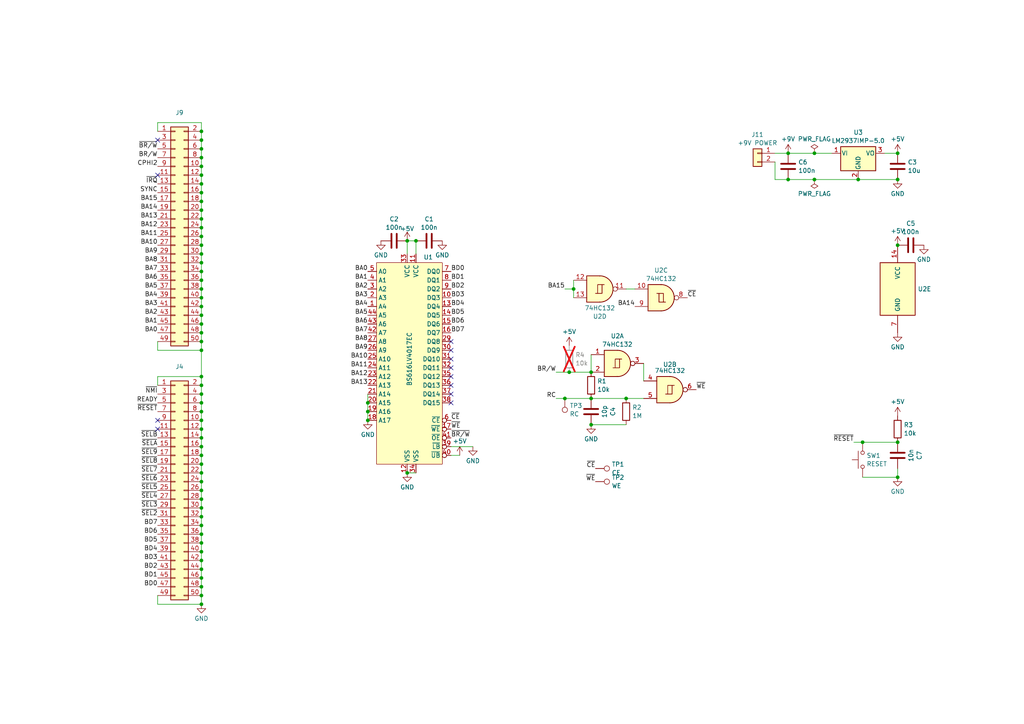
<source format=kicad_sch>
(kicad_sch (version 20230121) (generator eeschema)
  (paper "A4")
  (title_block (title "CBM PET SRAM Expansion") (date "2024-02-13") (rev "3") (company "CCC Basel"))
  (lib_symbols
    (symbol "74xx:74LS132" (pin_names (offset 1.016))
      (property "Reference" "U" (at 0 1.27 0))
      (property "Value" "74LS132" (at 0 -1.27 0))
      (symbol "74LS132_1_0"
        (polyline (pts (xy -0.635 -1.27) (xy -0.635 1.27) (xy 0.635 1.27)))
        (polyline (pts (xy -0.635 -1.27) (xy -0.635 1.27) (xy 0.635 1.27)))
        (polyline (pts (xy -1.27 -1.27) (xy 0.635 -1.27) (xy 0.635 1.27) (xy 1.27 1.27)))
        (polyline (pts (xy -1.27 -1.27) (xy 0.635 -1.27) (xy 0.635 1.27) (xy 1.27 1.27)))
      )
      (symbol "74LS132_1_1"
        (arc (start 0 -3.81) (mid 3.7934 0) (end 0 3.81) (stroke (width 0.254)) (fill (type background)))
        (polyline (pts (xy 0 3.81) (xy -3.81 3.81) (xy -3.81 -3.81) (xy 0 -3.81)) (stroke (width 0.254)) (fill (type background)))
        (pin input line (at -7.62 2.54 0) (length 3.81) (name "~") (number "1"))
        (pin input line (at -7.62 -2.54 0) (length 3.81) (name "~") (number "2"))
        (pin output inverted (at 7.62 0 180) (length 3.81) (name "~") (number "3"))
      )
      (symbol "74LS132_1_2"
        (arc (start -3.81 -3.81) (mid -2.589 0) (end -3.81 3.81) (stroke (width 0.254)))
        (arc (start -0.6096 -3.81) (mid 2.1842 -2.5851) (end 3.81 0) (stroke (width 0.254)) (fill (type background)))
        (polyline (pts (xy -3.81 -3.81) (xy -0.635 -3.81)) (stroke (width 0.254)) (fill (type background)))
        (polyline (pts (xy -3.81 3.81) (xy -0.635 3.81)) (stroke (width 0.254)) (fill (type background)))
        (polyline (pts (xy -0.635 3.81) (xy -3.81 3.81) (xy -3.81 3.81) (xy -3.556 3.4036) (xy -3.0226 2.2606) (xy -2.6924 1.0414) (xy -2.6162 -0.254) (xy -2.7686 -1.4986) (xy -3.175 -2.7178) (xy -3.81 -3.81) (xy -3.81 -3.81) (xy -0.635 -3.81)) (stroke (width -25.4)) (fill (type background)))
        (arc (start 3.81 0) (mid 2.1915 2.5936) (end -0.6096 3.81) (stroke (width 0.254)) (fill (type background)))
        (pin input inverted (at -7.62 2.54 0) (length 4.318) (name "~") (number "1"))
        (pin input inverted (at -7.62 -2.54 0) (length 4.318) (name "~") (number "2"))
        (pin output line (at 7.62 0 180) (length 3.81) (name "~") (number "3"))
      )
      (symbol "74LS132_2_0"
        (polyline (pts (xy -0.635 -1.27) (xy -0.635 1.27) (xy 0.635 1.27)))
        (polyline (pts (xy -0.635 -1.27) (xy -0.635 1.27) (xy 0.635 1.27)))
        (polyline (pts (xy -1.27 -1.27) (xy 0.635 -1.27) (xy 0.635 1.27) (xy 1.27 1.27)))
        (polyline (pts (xy -1.27 -1.27) (xy 0.635 -1.27) (xy 0.635 1.27) (xy 1.27 1.27)))
      )
      (symbol "74LS132_2_1"
        (arc (start 0 -3.81) (mid 3.7934 0) (end 0 3.81) (stroke (width 0.254)) (fill (type background)))
        (polyline (pts (xy 0 3.81) (xy -3.81 3.81) (xy -3.81 -3.81) (xy 0 -3.81)) (stroke (width 0.254)) (fill (type background)))
        (pin input line (at -7.62 2.54 0) (length 3.81) (name "~") (number "4"))
        (pin input line (at -7.62 -2.54 0) (length 3.81) (name "~") (number "5"))
        (pin output inverted (at 7.62 0 180) (length 3.81) (name "~") (number "6"))
      )
      (symbol "74LS132_2_2"
        (arc (start -3.81 -3.81) (mid -2.589 0) (end -3.81 3.81) (stroke (width 0.254)))
        (arc (start -0.6096 -3.81) (mid 2.1842 -2.5851) (end 3.81 0) (stroke (width 0.254)) (fill (type background)))
        (polyline (pts (xy -3.81 -3.81) (xy -0.635 -3.81)) (stroke (width 0.254)) (fill (type background)))
        (polyline (pts (xy -3.81 3.81) (xy -0.635 3.81)) (stroke (width 0.254)) (fill (type background)))
        (polyline (pts (xy -0.635 3.81) (xy -3.81 3.81) (xy -3.81 3.81) (xy -3.556 3.4036) (xy -3.0226 2.2606) (xy -2.6924 1.0414) (xy -2.6162 -0.254) (xy -2.7686 -1.4986) (xy -3.175 -2.7178) (xy -3.81 -3.81) (xy -3.81 -3.81) (xy -0.635 -3.81)) (stroke (width -25.4)) (fill (type background)))
        (arc (start 3.81 0) (mid 2.1915 2.5936) (end -0.6096 3.81) (stroke (width 0.254)) (fill (type background)))
        (pin input inverted (at -7.62 2.54 0) (length 4.318) (name "~") (number "4"))
        (pin input inverted (at -7.62 -2.54 0) (length 4.318) (name "~") (number "5"))
        (pin output line (at 7.62 0 180) (length 3.81) (name "~") (number "6"))
      )
      (symbol "74LS132_3_0"
        (polyline (pts (xy -0.635 -1.27) (xy -0.635 1.27) (xy 0.635 1.27)))
        (polyline (pts (xy -0.635 -1.27) (xy -0.635 1.27) (xy 0.635 1.27)))
        (polyline (pts (xy -1.27 -1.27) (xy 0.635 -1.27) (xy 0.635 1.27) (xy 1.27 1.27)))
        (polyline (pts (xy -1.27 -1.27) (xy 0.635 -1.27) (xy 0.635 1.27) (xy 1.27 1.27)))
      )
      (symbol "74LS132_3_1"
        (arc (start 0 -3.81) (mid 3.7934 0) (end 0 3.81) (stroke (width 0.254)) (fill (type background)))
        (polyline (pts (xy 0 3.81) (xy -3.81 3.81) (xy -3.81 -3.81) (xy 0 -3.81)) (stroke (width 0.254)) (fill (type background)))
        (pin input line (at -7.62 -2.54 0) (length 3.81) (name "~") (number "10"))
        (pin output inverted (at 7.62 0 180) (length 3.81) (name "~") (number "8"))
        (pin input line (at -7.62 2.54 0) (length 3.81) (name "~") (number "9"))
      )
      (symbol "74LS132_3_2"
        (arc (start -3.81 -3.81) (mid -2.589 0) (end -3.81 3.81) (stroke (width 0.254)))
        (arc (start -0.6096 -3.81) (mid 2.1842 -2.5851) (end 3.81 0) (stroke (width 0.254)) (fill (type background)))
        (polyline (pts (xy -3.81 -3.81) (xy -0.635 -3.81)) (stroke (width 0.254)) (fill (type background)))
        (polyline (pts (xy -3.81 3.81) (xy -0.635 3.81)) (stroke (width 0.254)) (fill (type background)))
        (polyline (pts (xy -0.635 3.81) (xy -3.81 3.81) (xy -3.81 3.81) (xy -3.556 3.4036) (xy -3.0226 2.2606) (xy -2.6924 1.0414) (xy -2.6162 -0.254) (xy -2.7686 -1.4986) (xy -3.175 -2.7178) (xy -3.81 -3.81) (xy -3.81 -3.81) (xy -0.635 -3.81)) (stroke (width -25.4)) (fill (type background)))
        (arc (start 3.81 0) (mid 2.1915 2.5936) (end -0.6096 3.81) (stroke (width 0.254)) (fill (type background)))
        (pin input inverted (at -7.62 -2.54 0) (length 4.318) (name "~") (number "10"))
        (pin output line (at 7.62 0 180) (length 3.81) (name "~") (number "8"))
        (pin input inverted (at -7.62 2.54 0) (length 4.318) (name "~") (number "9"))
      )
      (symbol "74LS132_4_0"
        (polyline (pts (xy -0.635 -1.27) (xy -0.635 1.27) (xy 0.635 1.27)))
        (polyline (pts (xy -0.635 -1.27) (xy -0.635 1.27) (xy 0.635 1.27)))
        (polyline (pts (xy -1.27 -1.27) (xy 0.635 -1.27) (xy 0.635 1.27) (xy 1.27 1.27)))
        (polyline (pts (xy -1.27 -1.27) (xy 0.635 -1.27) (xy 0.635 1.27) (xy 1.27 1.27)))
      )
      (symbol "74LS132_4_1"
        (arc (start 0 -3.81) (mid 3.7934 0) (end 0 3.81) (stroke (width 0.254)) (fill (type background)))
        (polyline (pts (xy 0 3.81) (xy -3.81 3.81) (xy -3.81 -3.81) (xy 0 -3.81)) (stroke (width 0.254)) (fill (type background)))
        (pin output inverted (at 7.62 0 180) (length 3.81) (name "~") (number "11"))
        (pin input line (at -7.62 2.54 0) (length 3.81) (name "~") (number "12"))
        (pin input line (at -7.62 -2.54 0) (length 3.81) (name "~") (number "13"))
      )
      (symbol "74LS132_4_2"
        (arc (start -3.81 -3.81) (mid -2.589 0) (end -3.81 3.81) (stroke (width 0.254)))
        (arc (start -0.6096 -3.81) (mid 2.1842 -2.5851) (end 3.81 0) (stroke (width 0.254)) (fill (type background)))
        (polyline (pts (xy -3.81 -3.81) (xy -0.635 -3.81)) (stroke (width 0.254)) (fill (type background)))
        (polyline (pts (xy -3.81 3.81) (xy -0.635 3.81)) (stroke (width 0.254)) (fill (type background)))
        (polyline (pts (xy -0.635 3.81) (xy -3.81 3.81) (xy -3.81 3.81) (xy -3.556 3.4036) (xy -3.0226 2.2606) (xy -2.6924 1.0414) (xy -2.6162 -0.254) (xy -2.7686 -1.4986) (xy -3.175 -2.7178) (xy -3.81 -3.81) (xy -3.81 -3.81) (xy -0.635 -3.81)) (stroke (width -25.4)) (fill (type background)))
        (arc (start 3.81 0) (mid 2.1915 2.5936) (end -0.6096 3.81) (stroke (width 0.254)) (fill (type background)))
        (pin output line (at 7.62 0 180) (length 3.81) (name "~") (number "11"))
        (pin input inverted (at -7.62 2.54 0) (length 4.318) (name "~") (number "12"))
        (pin input inverted (at -7.62 -2.54 0) (length 4.318) (name "~") (number "13"))
      )
      (symbol "74LS132_5_0"
        (pin power_in line (at 0 12.7 270) (length 5.08) (name "VCC") (number "14"))
        (pin power_in line (at 0 -12.7 90) (length 5.08) (name "GND") (number "7"))
      )
      (symbol "74LS132_5_1"
        (rectangle (start -5.08 7.62) (end 5.08 -7.62) (stroke (width 0.254)) (fill (type background)))
      )
    )
    (symbol "Connector:TestPoint" (pin_numbers hide) (pin_names (offset 0.762) hide)
      (property "Reference" "TP" (at 0 6.858 0))
      (property "Value" "TestPoint" (at 0 5.08 0))
      (symbol "TestPoint_0_1"
        (circle (center 0 3.302) (radius 0.762))
      )
      (symbol "TestPoint_1_1"
        (pin passive line (at 0 0 90) (length 2.54) (name "1") (number "1"))
      )
    )
    (symbol "Connector_Generic:Conn_01x02" (pin_names (offset 1.016) hide)
      (property "Reference" "J" (at 0 2.54 0))
      (property "Value" "Conn_01x02" (at 0 -5.08 0))
      (symbol "Conn_01x02_1_1"
        (rectangle (start -1.27 -2.413) (end 0 -2.667) (stroke (width 0.1524)))
        (rectangle (start -1.27 0.127) (end 0 -0.127) (stroke (width 0.1524)))
        (rectangle (start -1.27 1.27) (end 1.27 -3.81) (stroke (width 0.254)) (fill (type background)))
        (pin passive line (at -5.08 0 0) (length 3.81) (name "Pin_1") (number "1"))
        (pin passive line (at -5.08 -2.54 0) (length 3.81) (name "Pin_2") (number "2"))
      )
    )
    (symbol "Connector_Generic:Conn_02x25_Odd_Even" (pin_names (offset 1.016) hide)
      (property "Reference" "J" (at 1.27 33.02 0))
      (property "Value" "Conn_02x25_Odd_Even" (at 1.27 -33.02 0))
      (symbol "Conn_02x25_Odd_Even_1_1"
        (rectangle (start -1.27 -30.353) (end 0 -30.607) (stroke (width 0.1524)))
        (rectangle (start -1.27 -27.813) (end 0 -28.067) (stroke (width 0.1524)))
        (rectangle (start -1.27 -25.273) (end 0 -25.527) (stroke (width 0.1524)))
        (rectangle (start -1.27 -22.733) (end 0 -22.987) (stroke (width 0.1524)))
        (rectangle (start -1.27 -20.193) (end 0 -20.447) (stroke (width 0.1524)))
        (rectangle (start -1.27 -17.653) (end 0 -17.907) (stroke (width 0.1524)))
        (rectangle (start -1.27 -15.113) (end 0 -15.367) (stroke (width 0.1524)))
        (rectangle (start -1.27 -12.573) (end 0 -12.827) (stroke (width 0.1524)))
        (rectangle (start -1.27 -10.033) (end 0 -10.287) (stroke (width 0.1524)))
        (rectangle (start -1.27 -7.493) (end 0 -7.747) (stroke (width 0.1524)))
        (rectangle (start -1.27 -4.953) (end 0 -5.207) (stroke (width 0.1524)))
        (rectangle (start -1.27 -2.413) (end 0 -2.667) (stroke (width 0.1524)))
        (rectangle (start -1.27 0.127) (end 0 -0.127) (stroke (width 0.1524)))
        (rectangle (start -1.27 2.667) (end 0 2.413) (stroke (width 0.1524)))
        (rectangle (start -1.27 5.207) (end 0 4.953) (stroke (width 0.1524)))
        (rectangle (start -1.27 7.747) (end 0 7.493) (stroke (width 0.1524)))
        (rectangle (start -1.27 10.287) (end 0 10.033) (stroke (width 0.1524)))
        (rectangle (start -1.27 12.827) (end 0 12.573) (stroke (width 0.1524)))
        (rectangle (start -1.27 15.367) (end 0 15.113) (stroke (width 0.1524)))
        (rectangle (start -1.27 17.907) (end 0 17.653) (stroke (width 0.1524)))
        (rectangle (start -1.27 20.447) (end 0 20.193) (stroke (width 0.1524)))
        (rectangle (start -1.27 22.987) (end 0 22.733) (stroke (width 0.1524)))
        (rectangle (start -1.27 25.527) (end 0 25.273) (stroke (width 0.1524)))
        (rectangle (start -1.27 28.067) (end 0 27.813) (stroke (width 0.1524)))
        (rectangle (start -1.27 30.607) (end 0 30.353) (stroke (width 0.1524)))
        (rectangle (start -1.27 31.75) (end 3.81 -31.75) (stroke (width 0.254)) (fill (type background)))
        (rectangle (start 3.81 -30.353) (end 2.54 -30.607) (stroke (width 0.1524)))
        (rectangle (start 3.81 -27.813) (end 2.54 -28.067) (stroke (width 0.1524)))
        (rectangle (start 3.81 -25.273) (end 2.54 -25.527) (stroke (width 0.1524)))
        (rectangle (start 3.81 -22.733) (end 2.54 -22.987) (stroke (width 0.1524)))
        (rectangle (start 3.81 -20.193) (end 2.54 -20.447) (stroke (width 0.1524)))
        (rectangle (start 3.81 -17.653) (end 2.54 -17.907) (stroke (width 0.1524)))
        (rectangle (start 3.81 -15.113) (end 2.54 -15.367) (stroke (width 0.1524)))
        (rectangle (start 3.81 -12.573) (end 2.54 -12.827) (stroke (width 0.1524)))
        (rectangle (start 3.81 -10.033) (end 2.54 -10.287) (stroke (width 0.1524)))
        (rectangle (start 3.81 -7.493) (end 2.54 -7.747) (stroke (width 0.1524)))
        (rectangle (start 3.81 -4.953) (end 2.54 -5.207) (stroke (width 0.1524)))
        (rectangle (start 3.81 -2.413) (end 2.54 -2.667) (stroke (width 0.1524)))
        (rectangle (start 3.81 0.127) (end 2.54 -0.127) (stroke (width 0.1524)))
        (rectangle (start 3.81 2.667) (end 2.54 2.413) (stroke (width 0.1524)))
        (rectangle (start 3.81 5.207) (end 2.54 4.953) (stroke (width 0.1524)))
        (rectangle (start 3.81 7.747) (end 2.54 7.493) (stroke (width 0.1524)))
        (rectangle (start 3.81 10.287) (end 2.54 10.033) (stroke (width 0.1524)))
        (rectangle (start 3.81 12.827) (end 2.54 12.573) (stroke (width 0.1524)))
        (rectangle (start 3.81 15.367) (end 2.54 15.113) (stroke (width 0.1524)))
        (rectangle (start 3.81 17.907) (end 2.54 17.653) (stroke (width 0.1524)))
        (rectangle (start 3.81 20.447) (end 2.54 20.193) (stroke (width 0.1524)))
        (rectangle (start 3.81 22.987) (end 2.54 22.733) (stroke (width 0.1524)))
        (rectangle (start 3.81 25.527) (end 2.54 25.273) (stroke (width 0.1524)))
        (rectangle (start 3.81 28.067) (end 2.54 27.813) (stroke (width 0.1524)))
        (rectangle (start 3.81 30.607) (end 2.54 30.353) (stroke (width 0.1524)))
        (pin passive line (at -5.08 30.48 0) (length 3.81) (name "Pin_1") (number "1"))
        (pin passive line (at 7.62 20.32 180) (length 3.81) (name "Pin_10") (number "10"))
        (pin passive line (at -5.08 17.78 0) (length 3.81) (name "Pin_11") (number "11"))
        (pin passive line (at 7.62 17.78 180) (length 3.81) (name "Pin_12") (number "12"))
        (pin passive line (at -5.08 15.24 0) (length 3.81) (name "Pin_13") (number "13"))
        (pin passive line (at 7.62 15.24 180) (length 3.81) (name "Pin_14") (number "14"))
        (pin passive line (at -5.08 12.7 0) (length 3.81) (name "Pin_15") (number "15"))
        (pin passive line (at 7.62 12.7 180) (length 3.81) (name "Pin_16") (number "16"))
        (pin passive line (at -5.08 10.16 0) (length 3.81) (name "Pin_17") (number "17"))
        (pin passive line (at 7.62 10.16 180) (length 3.81) (name "Pin_18") (number "18"))
        (pin passive line (at -5.08 7.62 0) (length 3.81) (name "Pin_19") (number "19"))
        (pin passive line (at 7.62 30.48 180) (length 3.81) (name "Pin_2") (number "2"))
        (pin passive line (at 7.62 7.62 180) (length 3.81) (name "Pin_20") (number "20"))
        (pin passive line (at -5.08 5.08 0) (length 3.81) (name "Pin_21") (number "21"))
        (pin passive line (at 7.62 5.08 180) (length 3.81) (name "Pin_22") (number "22"))
        (pin passive line (at -5.08 2.54 0) (length 3.81) (name "Pin_23") (number "23"))
        (pin passive line (at 7.62 2.54 180) (length 3.81) (name "Pin_24") (number "24"))
        (pin passive line (at -5.08 0 0) (length 3.81) (name "Pin_25") (number "25"))
        (pin passive line (at 7.62 0 180) (length 3.81) (name "Pin_26") (number "26"))
        (pin passive line (at -5.08 -2.54 0) (length 3.81) (name "Pin_27") (number "27"))
        (pin passive line (at 7.62 -2.54 180) (length 3.81) (name "Pin_28") (number "28"))
        (pin passive line (at -5.08 -5.08 0) (length 3.81) (name "Pin_29") (number "29"))
        (pin passive line (at -5.08 27.94 0) (length 3.81) (name "Pin_3") (number "3"))
        (pin passive line (at 7.62 -5.08 180) (length 3.81) (name "Pin_30") (number "30"))
        (pin passive line (at -5.08 -7.62 0) (length 3.81) (name "Pin_31") (number "31"))
        (pin passive line (at 7.62 -7.62 180) (length 3.81) (name "Pin_32") (number "32"))
        (pin passive line (at -5.08 -10.16 0) (length 3.81) (name "Pin_33") (number "33"))
        (pin passive line (at 7.62 -10.16 180) (length 3.81) (name "Pin_34") (number "34"))
        (pin passive line (at -5.08 -12.7 0) (length 3.81) (name "Pin_35") (number "35"))
        (pin passive line (at 7.62 -12.7 180) (length 3.81) (name "Pin_36") (number "36"))
        (pin passive line (at -5.08 -15.24 0) (length 3.81) (name "Pin_37") (number "37"))
        (pin passive line (at 7.62 -15.24 180) (length 3.81) (name "Pin_38") (number "38"))
        (pin passive line (at -5.08 -17.78 0) (length 3.81) (name "Pin_39") (number "39"))
        (pin passive line (at 7.62 27.94 180) (length 3.81) (name "Pin_4") (number "4"))
        (pin passive line (at 7.62 -17.78 180) (length 3.81) (name "Pin_40") (number "40"))
        (pin passive line (at -5.08 -20.32 0) (length 3.81) (name "Pin_41") (number "41"))
        (pin passive line (at 7.62 -20.32 180) (length 3.81) (name "Pin_42") (number "42"))
        (pin passive line (at -5.08 -22.86 0) (length 3.81) (name "Pin_43") (number "43"))
        (pin passive line (at 7.62 -22.86 180) (length 3.81) (name "Pin_44") (number "44"))
        (pin passive line (at -5.08 -25.4 0) (length 3.81) (name "Pin_45") (number "45"))
        (pin passive line (at 7.62 -25.4 180) (length 3.81) (name "Pin_46") (number "46"))
        (pin passive line (at -5.08 -27.94 0) (length 3.81) (name "Pin_47") (number "47"))
        (pin passive line (at 7.62 -27.94 180) (length 3.81) (name "Pin_48") (number "48"))
        (pin passive line (at -5.08 -30.48 0) (length 3.81) (name "Pin_49") (number "49"))
        (pin passive line (at -5.08 25.4 0) (length 3.81) (name "Pin_5") (number "5"))
        (pin passive line (at 7.62 -30.48 180) (length 3.81) (name "Pin_50") (number "50"))
        (pin passive line (at 7.62 25.4 180) (length 3.81) (name "Pin_6") (number "6"))
        (pin passive line (at -5.08 22.86 0) (length 3.81) (name "Pin_7") (number "7"))
        (pin passive line (at 7.62 22.86 180) (length 3.81) (name "Pin_8") (number "8"))
        (pin passive line (at -5.08 20.32 0) (length 3.81) (name "Pin_9") (number "9"))
      )
    )
    (symbol "Device:C" (pin_numbers hide) (pin_names (offset 0.254))
      (property "Reference" "C" (at 0.635 2.54 0))
      (property "Value" "C" (at 0.635 -2.54 0))
      (symbol "C_0_1"
        (polyline (pts (xy -2.032 -0.762) (xy 2.032 -0.762)) (stroke (width 0.508)))
        (polyline (pts (xy -2.032 0.762) (xy 2.032 0.762)) (stroke (width 0.508)))
      )
      (symbol "C_1_1"
        (pin passive line (at 0 3.81 270) (length 2.794) (name "~") (number "1"))
        (pin passive line (at 0 -3.81 90) (length 2.794) (name "~") (number "2"))
      )
    )
    (symbol "Device:R" (pin_numbers hide) (pin_names (offset 0))
      (property "Reference" "R" (at 2.032 0 90))
      (property "Value" "R" (at 0 0 90))
      (symbol "R_0_1"
        (rectangle (start -1.016 -2.54) (end 1.016 2.54) (stroke (width 0.254)))
      )
      (symbol "R_1_1"
        (pin passive line (at 0 3.81 270) (length 1.27) (name "~") (number "1"))
        (pin passive line (at 0 -3.81 90) (length 1.27) (name "~") (number "2"))
      )
    )
    (symbol "Regulator_Linear:LM2937xMP" (pin_names (offset 0.254))
      (property "Reference" "U" (at -3.81 3.175 0))
      (property "Value" "LM2937xMP" (at 0 3.175 0))
      (symbol "LM2937xMP_0_1"
        (rectangle (start -5.08 -5.08) (end 5.08 1.905) (stroke (width 0.254)) (fill (type background)))
      )
      (symbol "LM2937xMP_1_1"
        (pin power_in line (at -7.62 0 0) (length 2.54) (name "VI") (number "1"))
        (pin power_in line (at 0 -7.62 90) (length 2.54) (name "GND") (number "2"))
        (pin power_out line (at 7.62 0 180) (length 2.54) (name "VO") (number "3"))
      )
    )
    (symbol "Switch:SW_Push" (pin_numbers hide) (pin_names (offset 1.016) hide)
      (property "Reference" "SW" (at 1.27 2.54 0))
      (property "Value" "SW_Push" (at 0 -1.524 0))
      (symbol "SW_Push_0_1"
        (circle (center -2.032 0) (radius 0.508))
        (polyline (pts (xy 0 1.27) (xy 0 3.048)))
        (polyline (pts (xy 2.54 1.27) (xy -2.54 1.27)))
        (circle (center 2.032 0) (radius 0.508))
        (pin passive line (at -5.08 0 0) (length 2.54) (name "1") (number "1"))
        (pin passive line (at 5.08 0 180) (length 2.54) (name "2") (number "2"))
      )
    )
    (symbol "oni:BS616LV4017EC"
      (property "Reference" "U" (at 5.08 -30.48 0))
      (property "Value" "BS616LV4017EC" (at 0 0 90))
      (symbol "BS616LV4017EC_1_1"
        (rectangle (start -10.16 29.21) (end 8.89 -29.21) (fill (type background)))
        (pin input line (at -12.7 16.51 0) (length 2.54) (name "A4") (number "1"))
        (pin tri_state line (at 11.43 19.05 180) (length 2.54) (name "DQ3") (number "10"))
        (pin power_in line (at 1.27 31.75 270) (length 2.54) (name "VCC") (number "11"))
        (pin power_in line (at -1.27 -31.75 90) (length 2.54) (name "VSS") (number "12"))
        (pin tri_state line (at 11.43 16.51 180) (length 2.54) (name "DQ4") (number "13"))
        (pin tri_state line (at 11.43 13.97 180) (length 2.54) (name "DQ5") (number "14"))
        (pin tri_state line (at 11.43 11.43 180) (length 2.54) (name "DQ6") (number "15"))
        (pin tri_state line (at 11.43 8.89 180) (length 2.54) (name "DQ7") (number "16"))
        (pin input inverted (at 11.43 -19.05 180) (length 2.54) (name "~{WE}") (number "17"))
        (pin input line (at -12.7 -16.51 0) (length 2.54) (name "A17") (number "18"))
        (pin input line (at -12.7 -13.97 0) (length 2.54) (name "A16") (number "19"))
        (pin input line (at -12.7 19.05 0) (length 2.54) (name "A3") (number "2"))
        (pin input line (at -12.7 -11.43 0) (length 2.54) (name "A15") (number "20"))
        (pin input line (at -12.7 -8.89 0) (length 2.54) (name "A14") (number "21"))
        (pin input line (at -12.7 -6.35 0) (length 2.54) (name "A13") (number "22"))
        (pin input line (at -12.7 -3.81 0) (length 2.54) (name "A12") (number "23"))
        (pin input line (at -12.7 -1.27 0) (length 2.54) (name "A11") (number "24"))
        (pin input line (at -12.7 1.27 0) (length 2.54) (name "A10") (number "25"))
        (pin input line (at -12.7 3.81 0) (length 2.54) (name "A9") (number "26"))
        (pin input line (at -12.7 6.35 0) (length 2.54) (name "A8") (number "27"))
        (pin no_connect line (at -12.7 -26.67 0) (length 2.54) hide (name "NC") (number "28"))
        (pin tri_state line (at 11.43 6.35 180) (length 2.54) (name "DQ8") (number "29"))
        (pin input line (at -12.7 21.59 0) (length 2.54) (name "A2") (number "3"))
        (pin tri_state line (at 11.43 3.81 180) (length 2.54) (name "DQ9") (number "30"))
        (pin tri_state line (at 11.43 1.27 180) (length 2.54) (name "DQ10") (number "31"))
        (pin tri_state line (at 11.43 -1.27 180) (length 2.54) (name "DQ11") (number "32"))
        (pin power_in line (at -1.27 31.75 270) (length 2.54) (name "VCC") (number "33"))
        (pin power_in line (at 1.27 -31.75 90) (length 2.54) (name "VSS") (number "34"))
        (pin tri_state line (at 11.43 -3.81 180) (length 2.54) (name "DQ12") (number "35"))
        (pin tri_state line (at 11.43 -6.35 180) (length 2.54) (name "DQ13") (number "36"))
        (pin tri_state line (at 11.43 -8.89 180) (length 2.54) (name "DQ14") (number "37"))
        (pin tri_state line (at 11.43 -11.43 180) (length 2.54) (name "DQ15") (number "38"))
        (pin input inverted (at 11.43 -24.13 180) (length 2.54) (name "~{LB}") (number "39"))
        (pin input line (at -12.7 24.13 0) (length 2.54) (name "A1") (number "4"))
        (pin input inverted (at 11.43 -26.67 180) (length 2.54) (name "~{UB}") (number "40"))
        (pin input inverted (at 11.43 -21.59 180) (length 2.54) (name "~{OE}") (number "41"))
        (pin input line (at -12.7 8.89 0) (length 2.54) (name "A7") (number "42"))
        (pin input line (at -12.7 11.43 0) (length 2.54) (name "A6") (number "43"))
        (pin input line (at -12.7 13.97 0) (length 2.54) (name "A5") (number "44"))
        (pin input line (at -12.7 26.67 0) (length 2.54) (name "A0") (number "5"))
        (pin input inverted (at 11.43 -16.51 180) (length 2.54) (name "~{CE}") (number "6"))
        (pin tri_state line (at 11.43 26.67 180) (length 2.54) (name "DQ0") (number "7"))
        (pin tri_state line (at 11.43 24.13 180) (length 2.54) (name "DQ1") (number "8"))
        (pin tri_state line (at 11.43 21.59 180) (length 2.54) (name "DQ2") (number "9"))
      )
    )
    (symbol "power:+5V" (power) (pin_names (offset 0))
      (property "Value" "+5V" (at 0 3.556 0))
      (symbol "+5V_0_1"
        (polyline (pts (xy -0.762 1.27) (xy 0 2.54)))
        (polyline (pts (xy 0 0) (xy 0 2.54)))
        (polyline (pts (xy 0 2.54) (xy 0.762 1.27)))
      )
      (symbol "+5V_1_1"
        (pin power_in line (at 0 0 90) (length 0) hide (name "+5V") (number "1"))
      )
    )
    (symbol "power:+9V" (power) (pin_names (offset 0))
      (property "Value" "+9V" (at 0 3.556 0))
      (symbol "+9V_0_1"
        (polyline (pts (xy -0.762 1.27) (xy 0 2.54)))
        (polyline (pts (xy 0 0) (xy 0 2.54)))
        (polyline (pts (xy 0 2.54) (xy 0.762 1.27)))
      )
      (symbol "+9V_1_1"
        (pin power_in line (at 0 0 90) (length 0) hide (name "+9V") (number "1"))
      )
    )
    (symbol "power:GND" (power) (pin_names (offset 0))
      (property "Value" "GND" (at 0 -3.81 0))
      (symbol "GND_0_1"
        (polyline (pts (xy 0 0) (xy 0 -1.27) (xy 1.27 -1.27) (xy 0 -2.54) (xy -1.27 -1.27) (xy 0 -1.27)))
      )
      (symbol "GND_1_1"
        (pin power_in line (at 0 0 270) (length 0) hide (name "GND") (number "1"))
      )
    )
    (symbol "power:PWR_FLAG" (power) (pin_numbers hide) (pin_names (offset 0) hide)
      (property "Value" "PWR_FLAG" (at 0 3.81 0))
      (symbol "PWR_FLAG_0_0"
        (pin power_out line (at 0 0 90) (length 0) (name "pwr") (number "1"))
      )
      (symbol "PWR_FLAG_0_1"
        (polyline (pts (xy 0 0) (xy 0 1.27) (xy -1.016 1.905) (xy 0 2.54) (xy 1.016 1.905) (xy 0 1.27)))
      )
    )
  )
  (junction (at 171.45 115.57))
  (junction (at 58.42 175.26))
  (junction (at 58.42 63.5))
  (junction (at 58.42 81.28))
  (junction (at 236.22 52.07))
  (junction (at 58.42 88.9))
  (junction (at 58.42 134.62))
  (junction (at 58.42 66.04))
  (junction (at 58.42 157.48))
  (junction (at 58.42 53.34))
  (junction (at 260.35 128.27))
  (junction (at 58.42 40.64))
  (junction (at 58.42 91.44))
  (junction (at 58.42 60.96))
  (junction (at 260.35 52.07))
  (junction (at 58.42 170.18))
  (junction (at 118.11 137.16))
  (junction (at 58.42 132.08))
  (junction (at 106.68 116.84))
  (junction (at 171.45 107.95))
  (junction (at 58.42 43.18))
  (junction (at 58.42 96.52))
  (junction (at 106.68 121.92))
  (junction (at 171.45 123.19))
  (junction (at 58.42 55.88))
  (junction (at 250.19 128.27))
  (junction (at 58.42 114.3))
  (junction (at 58.42 149.86))
  (junction (at 181.61 115.57))
  (junction (at 58.42 71.12))
  (junction (at 58.42 83.82))
  (junction (at 248.92 52.07))
  (junction (at 58.42 121.92))
  (junction (at 228.6 52.07))
  (junction (at 58.42 101.6))
  (junction (at 58.42 111.76))
  (junction (at 58.42 48.26))
  (junction (at 118.11 69.85))
  (junction (at 58.42 142.24))
  (junction (at 58.42 93.98))
  (junction (at 58.42 68.58))
  (junction (at 260.35 44.45))
  (junction (at 58.42 38.1))
  (junction (at 120.65 69.85))
  (junction (at 58.42 147.32))
  (junction (at 58.42 167.64))
  (junction (at 166.37 83.82))
  (junction (at 58.42 109.22))
  (junction (at 58.42 172.72))
  (junction (at 58.42 137.16))
  (junction (at 163.83 115.57))
  (junction (at 228.6 44.45))
  (junction (at 236.22 44.45))
  (junction (at 58.42 78.74))
  (junction (at 58.42 50.8))
  (junction (at 58.42 144.78))
  (junction (at 58.42 58.42))
  (junction (at 260.35 71.12))
  (junction (at 58.42 129.54))
  (junction (at 58.42 154.94))
  (junction (at 58.42 124.46))
  (junction (at 58.42 86.36))
  (junction (at 58.42 76.2))
  (junction (at 58.42 99.06))
  (junction (at 165.1 107.95))
  (junction (at 260.35 138.43))
  (junction (at 58.42 45.72))
  (junction (at 58.42 152.4))
  (junction (at 58.42 165.1))
  (junction (at 106.68 119.38))
  (junction (at 58.42 73.66))
  (junction (at 58.42 160.02))
  (junction (at 58.42 162.56))
  (junction (at 58.42 119.38))
  (junction (at 58.42 116.84))
  (junction (at 58.42 127))
  (junction (at 58.42 139.7))
  (no_connect (at 130.81 114.3))
  (no_connect (at 130.81 109.22))
  (no_connect (at 130.81 104.14))
  (no_connect (at 45.72 121.92))
  (no_connect (at 45.72 40.64))
  (no_connect (at 130.81 116.84))
  (no_connect (at 45.72 124.46))
  (no_connect (at 45.72 50.8))
  (no_connect (at 130.81 101.6))
  (no_connect (at 130.81 99.06))
  (no_connect (at 130.81 106.68))
  (no_connect (at 130.81 111.76))
  (wire (pts (xy 58.42 93.98) (xy 58.42 96.52)))
  (wire (pts (xy 130.81 129.54) (xy 137.16 129.54)))
  (wire (pts (xy 58.42 101.6) (xy 45.72 101.6)))
  (wire (pts (xy 58.42 162.56) (xy 58.42 165.1)))
  (wire (pts (xy 161.29 115.57) (xy 163.83 115.57)))
  (wire (pts (xy 58.42 144.78) (xy 58.42 147.32)))
  (wire (pts (xy 58.42 175.26) (xy 45.72 175.26)))
  (wire (pts (xy 58.42 124.46) (xy 58.42 127)))
  (wire (pts (xy 58.42 86.36) (xy 58.42 88.9)))
  (wire (pts (xy 58.42 109.22) (xy 45.72 109.22)))
  (wire (pts (xy 58.42 129.54) (xy 58.42 132.08)))
  (wire (pts (xy 58.42 137.16) (xy 58.42 139.7)))
  (wire (pts (xy 228.6 52.07) (xy 236.22 52.07)))
  (wire (pts (xy 171.45 102.87) (xy 171.45 107.95)))
  (wire (pts (xy 58.42 35.56) (xy 45.72 35.56)))
  (wire (pts (xy 58.42 172.72) (xy 58.42 175.26)))
  (wire (pts (xy 106.68 119.38) (xy 106.68 121.92)))
  (wire (pts (xy 58.42 81.28) (xy 58.42 83.82)))
  (wire (pts (xy 58.42 71.12) (xy 58.42 73.66)))
  (wire (pts (xy 58.42 154.94) (xy 58.42 157.48)))
  (wire (pts (xy 163.83 83.82) (xy 166.37 83.82)))
  (wire (pts (xy 58.42 134.62) (xy 58.42 137.16)))
  (wire (pts (xy 224.79 44.45) (xy 228.6 44.45)))
  (wire (pts (xy 58.42 73.66) (xy 58.42 76.2)))
  (wire (pts (xy 106.68 114.3) (xy 106.68 116.84)))
  (wire (pts (xy 58.42 78.74) (xy 58.42 81.28)))
  (wire (pts (xy 58.42 149.86) (xy 58.42 152.4)))
  (wire (pts (xy 58.42 83.82) (xy 58.42 86.36)))
  (wire (pts (xy 58.42 45.72) (xy 58.42 48.26)))
  (wire (pts (xy 58.42 142.24) (xy 58.42 144.78)))
  (wire (pts (xy 224.79 52.07) (xy 228.6 52.07)))
  (wire (pts (xy 250.19 128.27) (xy 260.35 128.27)))
  (wire (pts (xy 247.65 128.27) (xy 250.19 128.27)))
  (wire (pts (xy 106.68 116.84) (xy 106.68 119.38)))
  (wire (pts (xy 58.42 147.32) (xy 58.42 149.86)))
  (wire (pts (xy 58.42 116.84) (xy 58.42 119.38)))
  (wire (pts (xy 45.72 35.56) (xy 45.72 38.1)))
  (wire (pts (xy 58.42 111.76) (xy 58.42 109.22)))
  (wire (pts (xy 181.61 83.82) (xy 184.15 83.82)))
  (wire (pts (xy 58.42 88.9) (xy 58.42 91.44)))
  (wire (pts (xy 45.72 101.6) (xy 45.72 99.06)))
  (wire (pts (xy 58.42 139.7) (xy 58.42 142.24)))
  (wire (pts (xy 166.37 83.82) (xy 166.37 86.36)))
  (wire (pts (xy 58.42 99.06) (xy 58.42 101.6)))
  (wire (pts (xy 45.72 175.26) (xy 45.72 172.72)))
  (wire (pts (xy 228.6 44.45) (xy 236.22 44.45)))
  (wire (pts (xy 58.42 170.18) (xy 58.42 172.72)))
  (wire (pts (xy 118.11 69.85) (xy 118.11 73.66)))
  (wire (pts (xy 58.42 121.92) (xy 58.42 124.46)))
  (wire (pts (xy 130.81 132.08) (xy 133.35 132.08)))
  (wire (pts (xy 58.42 152.4) (xy 58.42 154.94)))
  (wire (pts (xy 58.42 91.44) (xy 58.42 93.98)))
  (wire (pts (xy 58.42 38.1) (xy 58.42 40.64)))
  (wire (pts (xy 118.11 137.16) (xy 120.65 137.16)))
  (wire (pts (xy 256.54 44.45) (xy 260.35 44.45)))
  (wire (pts (xy 166.37 83.82) (xy 166.37 81.28)))
  (wire (pts (xy 58.42 96.52) (xy 58.42 99.06)))
  (wire (pts (xy 58.42 167.64) (xy 58.42 170.18)))
  (wire (pts (xy 236.22 52.07) (xy 248.92 52.07)))
  (wire (pts (xy 58.42 50.8) (xy 58.42 53.34)))
  (wire (pts (xy 260.35 135.89) (xy 260.35 138.43)))
  (wire (pts (xy 58.42 157.48) (xy 58.42 160.02)))
  (wire (pts (xy 58.42 58.42) (xy 58.42 60.96)))
  (wire (pts (xy 58.42 60.96) (xy 58.42 63.5)))
  (wire (pts (xy 118.11 69.85) (xy 120.65 69.85)))
  (wire (pts (xy 58.42 68.58) (xy 58.42 71.12)))
  (wire (pts (xy 171.45 115.57) (xy 181.61 115.57)))
  (wire (pts (xy 58.42 63.5) (xy 58.42 66.04)))
  (wire (pts (xy 58.42 165.1) (xy 58.42 167.64)))
  (wire (pts (xy 165.1 107.95) (xy 171.45 107.95)))
  (wire (pts (xy 250.19 138.43) (xy 260.35 138.43)))
  (wire (pts (xy 181.61 115.57) (xy 186.69 115.57)))
  (wire (pts (xy 248.92 52.07) (xy 260.35 52.07)))
  (wire (pts (xy 58.42 111.76) (xy 58.42 114.3)))
  (wire (pts (xy 120.65 69.85) (xy 120.65 73.66)))
  (wire (pts (xy 186.69 105.41) (xy 186.69 110.49)))
  (wire (pts (xy 58.42 55.88) (xy 58.42 58.42)))
  (wire (pts (xy 58.42 101.6) (xy 58.42 109.22)))
  (wire (pts (xy 161.29 107.95) (xy 165.1 107.95)))
  (wire (pts (xy 58.42 114.3) (xy 58.42 116.84)))
  (wire (pts (xy 58.42 132.08) (xy 58.42 134.62)))
  (wire (pts (xy 58.42 66.04) (xy 58.42 68.58)))
  (wire (pts (xy 58.42 119.38) (xy 58.42 121.92)))
  (wire (pts (xy 58.42 38.1) (xy 58.42 35.56)))
  (wire (pts (xy 58.42 53.34) (xy 58.42 55.88)))
  (wire (pts (xy 58.42 76.2) (xy 58.42 78.74)))
  (wire (pts (xy 58.42 160.02) (xy 58.42 162.56)))
  (wire (pts (xy 58.42 48.26) (xy 58.42 50.8)))
  (wire (pts (xy 45.72 109.22) (xy 45.72 111.76)))
  (wire (pts (xy 58.42 40.64) (xy 58.42 43.18)))
  (wire (pts (xy 171.45 123.19) (xy 181.61 123.19)))
  (wire (pts (xy 236.22 44.45) (xy 241.3 44.45)))
  (wire (pts (xy 224.79 52.07) (xy 224.79 46.99)))
  (wire (pts (xy 163.83 115.57) (xy 171.45 115.57)))
  (wire (pts (xy 58.42 43.18) (xy 58.42 45.72)))
  (wire (pts (xy 58.42 127) (xy 58.42 129.54)))
  (label "BA10" (at 106.68 104.14 180))
  (label "~{SEL4}" (at 45.72 144.78 180))
  (label "BA3" (at 106.68 86.36 180))
  (label "BA10" (at 45.72 71.12 180))
  (label "~{RESET}" (at 247.65 128.27 180))
  (label "BA3" (at 45.72 88.9 180))
  (label "BD5" (at 130.81 91.44 0))
  (label "~{RESET}" (at 45.72 119.38 180))
  (label "BA9" (at 45.72 73.66 180))
  (label "RC" (at 161.29 115.57 180))
  (label "BA12" (at 106.68 109.22 180))
  (label "BD7" (at 45.72 152.4 180))
  (label "BA8" (at 45.72 76.2 180))
  (label "~{WE}" (at 201.93 113.03 0))
  (label "~{IRQ}" (at 45.72 53.34 180))
  (label "BA13" (at 106.68 111.76 180))
  (label "BA0" (at 45.72 96.52 180))
  (label "BD6" (at 130.81 93.98 0))
  (label "BA12" (at 45.72 66.04 180))
  (label "BD0" (at 45.72 170.18 180))
  (label "SYNC" (at 45.72 55.88 180))
  (label "BA13" (at 45.72 63.5 180))
  (label "BA15" (at 163.83 83.82 180))
  (label "BR{slash}W" (at 45.72 45.72 180))
  (label "BD1" (at 130.81 81.28 0))
  (label "BA11" (at 45.72 68.58 180))
  (label "BA15" (at 45.72 58.42 180))
  (label "BA5" (at 106.68 91.44 180))
  (label "BA6" (at 45.72 81.28 180))
  (label "~{SEL9}" (at 45.72 132.08 180))
  (label "BA4" (at 106.68 88.9 180))
  (label "~{CE}" (at 130.81 121.92 0))
  (label "~{SELB}" (at 45.72 127 180))
  (label "BD3" (at 130.81 86.36 0))
  (label "BA6" (at 106.68 93.98 180))
  (label "~{SEL3}" (at 45.72 147.32 180))
  (label "BA4" (at 45.72 86.36 180))
  (label "~{WE}" (at 172.72 139.7 180))
  (label "~{BR{slash}W}" (at 45.72 43.18 180))
  (label "~{SEL8}" (at 45.72 134.62 180))
  (label "BD6" (at 45.72 154.94 180))
  (label "BD2" (at 45.72 165.1 180))
  (label "CPHI2" (at 45.72 48.26 180))
  (label "BD4" (at 130.81 88.9 0))
  (label "~{NMI}" (at 45.72 114.3 180))
  (label "BD3" (at 45.72 162.56 180))
  (label "BA11" (at 106.68 106.68 180))
  (label "BA14" (at 45.72 60.96 180))
  (label "~{WE}" (at 130.81 124.46 0))
  (label "READY" (at 45.72 116.84 180))
  (label "~{SEL2}" (at 45.72 149.86 180))
  (label "~{CE}" (at 172.72 135.89 180))
  (label "BA9" (at 106.68 101.6 180))
  (label "BA2" (at 45.72 91.44 180))
  (label "BD7" (at 130.81 96.52 0))
  (label "BA7" (at 106.68 96.52 180))
  (label "BA5" (at 45.72 83.82 180))
  (label "BD5" (at 45.72 157.48 180))
  (label "BA0" (at 106.68 78.74 180))
  (label "BD4" (at 45.72 160.02 180))
  (label "~{BR{slash}W}" (at 130.81 127 0))
  (label "BR{slash}W" (at 161.29 107.95 180))
  (label "BA14" (at 184.15 88.9 180))
  (label "~{SEL7}" (at 45.72 137.16 180))
  (label "BA1" (at 45.72 93.98 180))
  (label "~{SEL5}" (at 45.72 142.24 180))
  (label "~{SEL6}" (at 45.72 139.7 180))
  (label "BA1" (at 106.68 81.28 180))
  (label "BD1" (at 45.72 167.64 180))
  (label "BA2" (at 106.68 83.82 180))
  (label "BA7" (at 45.72 78.74 180))
  (label "BD0" (at 130.81 78.74 0))
  (label "BA8" (at 106.68 99.06 180))
  (label "~{SELA}" (at 45.72 129.54 180))
  (label "BD2" (at 130.81 83.82 0))
  (label "~{CE}" (at 199.39 86.36 0))
  (symbol (lib_id "power:GND") (at 260.35 96.52 0) (unit 1)
    (property "Reference" "#PWR016" (effects hide))
    (property "Value" "GND" (at 260.35 100.6531 0))
  )
  (symbol (lib_id "power:GND") (at 260.35 138.43 0) (unit 1)
    (property "Reference" "#PWR021" (effects hide))
    (property "Value" "GND" (at 260.35 142.5631 0))
  )
  (symbol (lib_id "Connector:TestPoint") (at 172.72 139.7 270) (unit 1)
    (property "Reference" "TP2" (at 177.419 138.4879 90) (effects (justify left)))
    (property "Value" "WE" (at 177.419 140.9121 90) (effects (justify left)))
    (property "Footprint" "TestPoint:TestPoint_Pad_D1.0mm" (effects hide))
  )
  (symbol (lib_id "74xx:74LS132") (at 173.99 83.82 0) (unit 4)
    (property "Reference" "U2" (at 173.9817 91.7743 0))
    (property "Value" "74HC132" (at 173.9817 89.3501 0))
    (property "Footprint" "Package_SO:SOIC-14_3.9x8.7mm_P1.27mm" (effects hide))
    (property "Datasheet" "http://www.ti.com/lit/gpn/sn74LS132" (effects hide))
  )
  (symbol (lib_id "Connector_Generic:Conn_01x02") (at 219.71 44.45 0) (mirror y) (unit 1)
    (property "Reference" "J11" (at 219.71 39.0357 0))
    (property "Value" "+9V POWER" (at 219.71 41.4599 0))
    (property "Footprint" "Connector_PinHeader_2.54mm:PinHeader_1x02_P2.54mm_Horizontal" (effects hide))
  )
  (symbol (lib_id "power:GND") (at 58.42 175.26 0) (unit 1)
    (property "Reference" "#PWR07" (effects hide))
    (property "Value" "GND" (at 58.42 179.3931 0))
  )
  (symbol (lib_id "Device:C") (at 264.16 71.12 90) (unit 1)
    (property "Reference" "C5" (at 264.16 64.8167 90))
    (property "Value" "100n" (at 264.16 67.2409 90))
    (property "Footprint" "Capacitor_SMD:C_0805_2012Metric" (effects hide))
  )
  (symbol (lib_id "power:+5V") (at 118.11 69.85 0) (unit 1)
    (property "Reference" "#PWR04" (effects hide))
    (property "Value" "+5V" (at 118.11 66.3519 0))
  )
  (symbol (lib_id "Device:C") (at 260.35 132.08 0) (unit 1)
    (property "Reference" "C7" (at 266.6533 132.08 90))
    (property "Value" "10n" (at 264.2291 132.08 90))
    (property "Footprint" "Capacitor_SMD:C_0805_2012Metric" (effects hide))
  )
  (symbol (lib_id "Connector:TestPoint") (at 172.72 135.89 270) (unit 1)
    (property "Reference" "TP1" (at 177.419 134.6779 90) (effects (justify left)))
    (property "Value" "CE" (at 177.419 137.1021 90) (effects (justify left)))
    (property "Footprint" "TestPoint:TestPoint_Pad_D1.0mm" (effects hide))
  )
  (symbol (lib_id "power:GND") (at 110.49 69.85 0) (unit 1)
    (property "Reference" "#PWR06" (effects hide))
    (property "Value" "GND" (at 110.49 73.9831 0))
  )
  (symbol (lib_id "Device:R") (at 171.45 111.76 180) (unit 1)
    (property "Reference" "R1" (at 173.228 110.5479 0) (effects (justify right)))
    (property "Value" "10k" (at 173.228 112.9721 0) (effects (justify right)))
    (property "Footprint" "Resistor_SMD:R_0805_2012Metric" (effects hide))
  )
  (symbol (lib_id "power:GND") (at 137.16 129.54 0) (unit 1)
    (property "Reference" "#PWR013" (effects hide))
    (property "Value" "GND" (at 137.16 133.6731 0))
  )
  (symbol (lib_id "Connector_Generic:Conn_02x25_Odd_Even") (at 50.8 68.58 0) (unit 1)
    (property "Reference" "J9" (at 52.07 32.6857 0))
    (property "Value" "J9" (effects hide))
    (property "Footprint" "Connector_PinSocket_2.54mm:PinSocket_2x25_P2.54mm_Vertical" (effects hide))
  )
  (symbol (lib_id "Device:C") (at 228.6 48.26 180) (unit 1)
    (property "Reference" "C6" (at 231.521 47.0479 0) (effects (justify right)))
    (property "Value" "100n" (at 231.521 49.4721 0) (effects (justify right)))
    (property "Footprint" "Capacitor_SMD:C_0805_2012Metric" (effects hide))
  )
  (symbol (lib_id "power:PWR_FLAG") (at 236.22 52.07 180) (unit 1)
    (property "Reference" "#FLG01" (effects hide))
    (property "Value" "PWR_FLAG" (at 236.22 56.2031 0))
  )
  (symbol (lib_id "Connector:TestPoint") (at 163.83 115.57 180) (unit 1)
    (property "Reference" "TP3" (at 165.227 117.6599 0) (effects (justify right)))
    (property "Value" "RC" (at 165.227 120.0841 0) (effects (justify right)))
    (property "Footprint" "TestPoint:TestPoint_Pad_D1.0mm" (effects hide))
  )
  (symbol (lib_id "74xx:74LS132") (at 260.35 83.82 0) (unit 5)
    (property "Reference" "U2" (at 266.192 83.82 0) (effects (justify left)))
    (property "Value" "74HC132" (effects hide))
    (property "Footprint" "Package_SO:SOIC-14_3.9x8.7mm_P1.27mm" (effects hide))
    (property "Datasheet" "http://www.ti.com/lit/gpn/sn74LS132" (effects hide))
  )
  (symbol (lib_id "Switch:SW_Push") (at 250.19 133.35 90) (unit 1)
    (property "Reference" "SW1" (at 251.333 132.1379 90) (effects (justify right)))
    (property "Value" "RESET" (at 251.333 134.5621 90) (effects (justify right)))
    (property "Footprint" "Connector_PinHeader_2.54mm:PinHeader_1x02_P2.54mm_Horizontal" (effects hide))
  )
  (symbol (lib_id "power:+5V") (at 260.35 120.65 0) (unit 1)
    (property "Reference" "#PWR022" (effects hide))
    (property "Value" "+5V" (at 260.35 116.5169 0))
  )
  (symbol (lib_id "power:+5V") (at 260.35 71.12 0) (unit 1)
    (property "Reference" "#PWR017" (effects hide))
    (property "Value" "+5V" (at 260.35 66.9869 0))
  )
  (symbol (lib_id "power:GND") (at 267.97 71.12 0) (unit 1)
    (property "Reference" "#PWR018" (effects hide))
    (property "Value" "GND" (at 267.97 75.2531 0))
  )
  (symbol (lib_id "power:GND") (at 171.45 123.19 0) (unit 1)
    (property "Reference" "#PWR020" (effects hide))
    (property "Value" "GND" (at 171.45 127.3231 0))
  )
  (symbol (lib_id "74xx:74LS132") (at 194.31 113.03 0) (unit 2)
    (property "Reference" "U2" (at 194.3017 105.7107 0))
    (property "Value" "74HC132" (at 194.3017 107.4999 0))
    (property "Footprint" "Package_SO:SOIC-14_3.9x8.7mm_P1.27mm" (effects hide))
    (property "Datasheet" "http://www.ti.com/lit/gpn/sn74LS132" (effects hide))
  )
  (symbol (lib_id "Device:C") (at 114.3 69.85 90) (unit 1)
    (property "Reference" "C2" (at 114.3 63.5467 90))
    (property "Value" "100n" (at 114.3 65.9709 90))
    (property "Footprint" "Capacitor_SMD:C_0805_2012Metric" (effects hide))
  )
  (symbol (lib_id "Device:R") (at 165.1 104.14 180) (unit 1) (in_bom no) (dnp yes)
    (property "Reference" "R4" (at 166.878 102.9279 0) (effects (justify right)))
    (property "Value" "10k" (at 166.878 105.3521 0) (effects (justify right)))
    (property "Footprint" "Resistor_SMD:R_0805_2012Metric" (effects hide))
    (property "Sim.Enable" "0" (effects hide))
  )
  (symbol (lib_id "Device:C") (at 171.45 119.38 0) (unit 1)
    (property "Reference" "C4" (at 177.7533 119.38 90))
    (property "Value" "10p" (at 175.3291 119.38 90))
    (property "Footprint" "Capacitor_SMD:C_0805_2012Metric" (effects hide))
  )
  (symbol (lib_id "power:+5V") (at 133.35 132.08 0) (unit 1)
    (property "Reference" "#PWR014" (effects hide))
    (property "Value" "+5V" (at 133.35 127.9469 0))
  )
  (symbol (lib_id "74xx:74LS132") (at 191.77 86.36 0) (mirror x) (unit 3)
    (property "Reference" "U2" (at 191.7617 78.4057 0))
    (property "Value" "74HC132" (at 191.7617 80.8299 0))
    (property "Footprint" "Package_SO:SOIC-14_3.9x8.7mm_P1.27mm" (effects hide))
    (property "Datasheet" "http://www.ti.com/lit/gpn/sn74LS132" (effects hide))
  )
  (symbol (lib_id "power:+5V") (at 165.1 100.33 0) (unit 1)
    (property "Reference" "#PWR08" (effects hide))
    (property "Value" "+5V" (at 165.1 96.1969 0))
  )
  (symbol (lib_id "Device:C") (at 124.46 69.85 90) (unit 1)
    (property "Reference" "C1" (at 124.46 63.5467 90))
    (property "Value" "100n" (at 124.46 65.9709 90))
    (property "Footprint" "Capacitor_SMD:C_0805_2012Metric" (effects hide))
  )
  (symbol (lib_id "74xx:74LS132") (at 179.07 105.41 0) (unit 1)
    (property "Reference" "U2" (at 179.0617 97.4557 0))
    (property "Value" "74HC132" (at 179.0617 99.8799 0))
    (property "Footprint" "Package_SO:SOIC-14_3.9x8.7mm_P1.27mm" (effects hide))
    (property "Datasheet" "http://www.ti.com/lit/gpn/sn74LS132" (effects hide))
  )
  (symbol (lib_id "power:GND") (at 106.68 121.92 0) (unit 1)
    (property "Reference" "#PWR015" (effects hide))
    (property "Value" "GND" (at 106.68 126.0531 0))
  )
  (symbol (lib_id "oni:BS616LV4017EC") (at 119.38 105.41 0) (unit 1)
    (property "Reference" "U1" (at 122.8441 74.6069 0) (effects (justify left)))
    (property "Value" "BS616LV4017EC" (at 118.745 104.14 90))
    (property "Footprint" "Package_SO:TSOP-II-44_10.16x18.41mm_P0.8mm" (effects hide))
    (property "Datasheet" "https://www.farnell.com/datasheets/4474.pdf" (effects hide))
  )
  (symbol (lib_id "power:PWR_FLAG") (at 236.22 44.45 0) (unit 1)
    (property "Reference" "#FLG02" (effects hide))
    (property "Value" "PWR_FLAG" (at 236.22 40.3169 0))
  )
  (symbol (lib_id "Device:C") (at 260.35 48.26 180) (unit 1)
    (property "Reference" "C3" (at 263.271 47.0479 0) (effects (justify right)))
    (property "Value" "10u" (at 263.271 49.4721 0) (effects (justify right)))
    (property "Footprint" "Capacitor_SMD:C_0805_2012Metric" (effects hide))
  )
  (symbol (lib_id "power:GND") (at 118.11 137.16 0) (unit 1)
    (property "Reference" "#PWR03" (effects hide))
    (property "Value" "GND" (at 118.11 141.2931 0))
  )
  (symbol (lib_id "Device:R") (at 181.61 119.38 180) (unit 1)
    (property "Reference" "R2" (at 183.388 118.1679 0) (effects (justify right)))
    (property "Value" "1M" (at 183.388 120.5921 0) (effects (justify right)))
    (property "Footprint" "Resistor_SMD:R_0805_2012Metric" (effects hide))
  )
  (symbol (lib_id "Connector_Generic:Conn_02x25_Odd_Even") (at 50.8 142.24 0) (unit 1)
    (property "Reference" "J4" (at 52.07 106.3457 0))
    (property "Value" "J4" (effects hide))
    (property "Footprint" "Connector_PinSocket_2.54mm:PinSocket_2x25_P2.54mm_Vertical" (effects hide))
  )
  (symbol (lib_id "power:+9V") (at 228.6 44.45 0) (unit 1)
    (property "Reference" "#PWR019" (effects hide))
    (property "Value" "+9V" (at 228.6 40.3169 0))
  )
  (symbol (lib_id "power:GND") (at 260.35 52.07 0) (unit 1)
    (property "Reference" "#PWR02" (effects hide))
    (property "Value" "GND" (at 260.35 56.2031 0))
  )
  (symbol (lib_id "Regulator_Linear:LM2937xMP") (at 248.92 44.45 0) (unit 1)
    (property "Reference" "U3" (at 248.92 38.4007 0))
    (property "Value" "LM2937IMP-5.0" (at 248.92 40.8249 0))
    (property "Footprint" "Package_TO_SOT_SMD:SOT-223-3_TabPin2" (effects hide))
    (property "Datasheet" "http://www.ti.com/lit/ds/symlink/lm2937.pdf" (effects hide))
  )
  (symbol (lib_id "power:+5V") (at 260.35 44.45 0) (unit 1)
    (property "Reference" "#PWR01" (effects hide))
    (property "Value" "+5V" (at 260.35 40.3169 0))
  )
  (symbol (lib_id "Device:R") (at 260.35 124.46 180) (unit 1)
    (property "Reference" "R3" (at 262.128 123.2479 0) (effects (justify right)))
    (property "Value" "10k" (at 262.128 125.6721 0) (effects (justify right)))
    (property "Footprint" "Resistor_SMD:R_0805_2012Metric" (effects hide))
  )
  (symbol (lib_id "power:GND") (at 128.27 69.85 0) (unit 1)
    (property "Reference" "#PWR05" (effects hide))
    (property "Value" "GND" (at 128.27 73.9831 0))
  )
)
</source>
